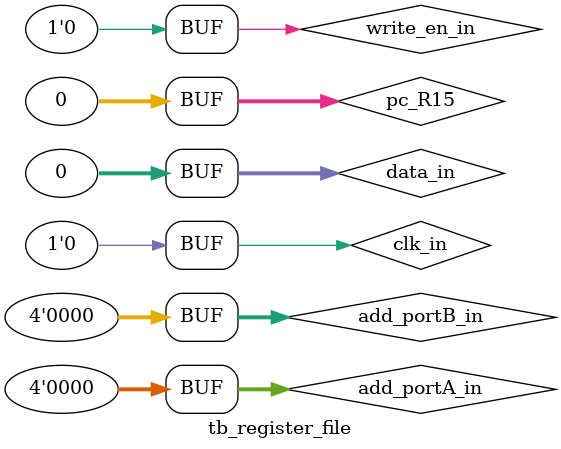
<source format=v>
`timescale 1ns / 1ps


module tb_register_file;

	// Inputs
	reg [3:0] add_portA_in;
	reg [3:0] add_portB_in;
	reg [31:0] pc_R15;
	reg [31:0] data_in;
	reg write_en_in;
	reg clk_in;

	// Outputs
	wire [31:0] data_portA_out;
	wire [31:0] data_portB_out;

	// Instantiate the Unit Under Test (UUT)
	Register_File uut (
		.add_portA_in(add_portA_in), 
		.add_portB_in(add_portB_in), 
		.pc_R15(pc_R15), 
		.data_in(data_in), 
		.write_en_in(write_en_in), 
		.clk_in(clk_in), 
		.data_portA_out(data_portA_out), 
		.data_portB_out(data_portB_out)
	);

	initial begin
		// Initialize Inputs
		add_portA_in = 0;
		add_portB_in = 0;
		pc_R15 = 0;
		data_in = 0;
		write_en_in = 0;
		clk_in = 0;

		// Wait 100 ns for global reset to finish
		#100;
        
		// Add stimulus here

	end
      
endmodule


</source>
